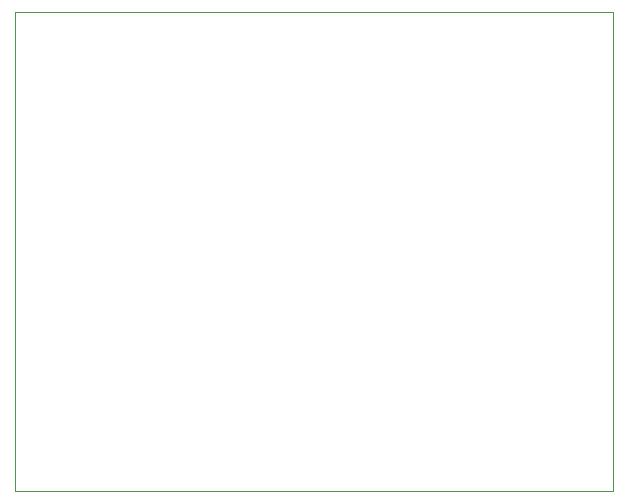
<source format=gbr>
G04 #@! TF.GenerationSoftware,KiCad,Pcbnew,5.1.5+dfsg1-2build2*
G04 #@! TF.CreationDate,2022-01-06T00:43:13+01:00*
G04 #@! TF.ProjectId,Bell,42656c6c-2e6b-4696-9361-645f70636258,V1.0*
G04 #@! TF.SameCoordinates,Original*
G04 #@! TF.FileFunction,Profile,NP*
%FSLAX46Y46*%
G04 Gerber Fmt 4.6, Leading zero omitted, Abs format (unit mm)*
G04 Created by KiCad (PCBNEW 5.1.5+dfsg1-2build2) date 2022-01-06 00:43:13*
%MOMM*%
%LPD*%
G04 APERTURE LIST*
%ADD10C,0.050000*%
G04 APERTURE END LIST*
D10*
X152700000Y-68800000D02*
X102120000Y-68800000D01*
X102120000Y-109300000D02*
X102120000Y-68800000D01*
X152700000Y-109300000D02*
X102120000Y-109300000D01*
X152700000Y-68800000D02*
X152700000Y-109300000D01*
M02*

</source>
